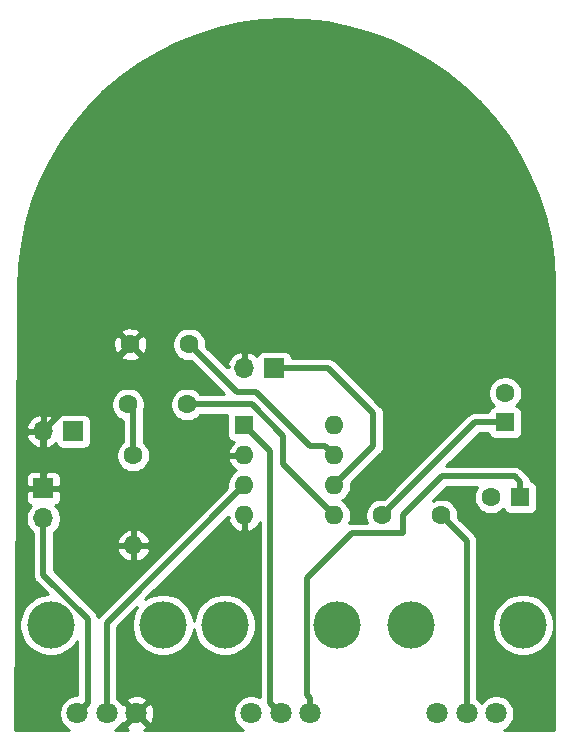
<source format=gbr>
G04 #@! TF.GenerationSoftware,KiCad,Pcbnew,5.1.5-52549c5~84~ubuntu18.04.1*
G04 #@! TF.CreationDate,2020-03-24T23:28:12-05:00*
G04 #@! TF.ProjectId,pass-01,70617373-2d30-4312-9e6b-696361645f70,rev?*
G04 #@! TF.SameCoordinates,Original*
G04 #@! TF.FileFunction,Copper,L2,Bot*
G04 #@! TF.FilePolarity,Positive*
%FSLAX46Y46*%
G04 Gerber Fmt 4.6, Leading zero omitted, Abs format (unit mm)*
G04 Created by KiCad (PCBNEW 5.1.5-52549c5~84~ubuntu18.04.1) date 2020-03-24 23:28:12*
%MOMM*%
%LPD*%
G04 APERTURE LIST*
%ADD10R,1.700000X1.700000*%
%ADD11O,1.700000X1.700000*%
%ADD12C,1.600000*%
%ADD13R,1.600000X1.600000*%
%ADD14O,1.600000X1.600000*%
%ADD15C,1.800000*%
%ADD16C,4.000000*%
%ADD17C,0.500000*%
%ADD18C,0.254000*%
G04 APERTURE END LIST*
D10*
X154686000Y-85598000D03*
D11*
X152146000Y-85598000D03*
D12*
X147494000Y-83566000D03*
X142494000Y-83566000D03*
X147320000Y-88646000D03*
X142320000Y-88646000D03*
X163830000Y-98044000D03*
X168830000Y-98044000D03*
D10*
X135128000Y-95758000D03*
D11*
X135128000Y-98298000D03*
X135128000Y-90932000D03*
D10*
X137668000Y-90932000D03*
D13*
X152146000Y-90424000D03*
D14*
X159766000Y-98044000D03*
X152146000Y-92964000D03*
X159766000Y-95504000D03*
X152146000Y-95504000D03*
X159766000Y-92964000D03*
X152146000Y-98044000D03*
X159766000Y-90424000D03*
D15*
X168482000Y-114808000D03*
X170982000Y-114808000D03*
X173482000Y-114808000D03*
D16*
X166232000Y-107308000D03*
X175732000Y-107308000D03*
D13*
X174244000Y-90170000D03*
D12*
X174244000Y-87670000D03*
X173014000Y-96520000D03*
D13*
X175514000Y-96520000D03*
D15*
X152734000Y-114808000D03*
X155234000Y-114808000D03*
X157734000Y-114808000D03*
D16*
X150484000Y-107308000D03*
X159984000Y-107308000D03*
X145252000Y-107308000D03*
X135752000Y-107308000D03*
D15*
X143002000Y-114808000D03*
X140502000Y-114808000D03*
X138002000Y-114808000D03*
D12*
X142748000Y-92964000D03*
D14*
X142748000Y-100584000D03*
D17*
X159258000Y-85598000D02*
X154686000Y-85598000D01*
X159766000Y-95504000D02*
X163068000Y-92202000D01*
X163068000Y-89408000D02*
X159258000Y-85598000D01*
X163068000Y-92202000D02*
X163068000Y-89408000D01*
X141694001Y-84365999D02*
X135128000Y-90932000D01*
X142494000Y-83566000D02*
X141694001Y-84365999D01*
X135128000Y-90932000D02*
X135128000Y-95758000D01*
X147494000Y-83566000D02*
X151558000Y-87630000D01*
X151558000Y-87630000D02*
X153162000Y-87630000D01*
X157696001Y-92164001D02*
X153162000Y-87630000D01*
X158966001Y-92164001D02*
X157696001Y-92164001D01*
X159766000Y-92964000D02*
X158966001Y-92164001D01*
X155448000Y-93726000D02*
X159766000Y-98044000D01*
X155448000Y-91315998D02*
X155448000Y-93726000D01*
X152778002Y-88646000D02*
X155448000Y-91315998D01*
X147320000Y-88646000D02*
X152778002Y-88646000D01*
X171704000Y-90170000D02*
X174244000Y-90170000D01*
X163830000Y-98044000D02*
X171704000Y-90170000D01*
X142748000Y-89074000D02*
X142320000Y-88646000D01*
X142748000Y-92964000D02*
X142748000Y-89074000D01*
X165608000Y-98044000D02*
X165608000Y-99568000D01*
X168910000Y-94742000D02*
X165608000Y-98044000D01*
X175514000Y-95220000D02*
X175036000Y-94742000D01*
X175514000Y-96520000D02*
X175514000Y-95220000D01*
X175036000Y-94742000D02*
X168910000Y-94742000D01*
X165608000Y-99568000D02*
X161290000Y-99568000D01*
X161290000Y-99568000D02*
X157480000Y-103378000D01*
X157480000Y-113281208D02*
X157480000Y-103378000D01*
X157734000Y-113535208D02*
X157480000Y-113281208D01*
X157734000Y-114808000D02*
X157734000Y-113535208D01*
X138901999Y-113908001D02*
X138002000Y-114808000D01*
X138901999Y-106831997D02*
X138901999Y-113908001D01*
X135128000Y-103057998D02*
X138901999Y-106831997D01*
X135128000Y-98298000D02*
X135128000Y-103057998D01*
X170982000Y-100196000D02*
X168830000Y-98044000D01*
X170982000Y-114808000D02*
X170982000Y-100196000D01*
X154334001Y-113908001D02*
X154334001Y-92612001D01*
X154334001Y-92612001D02*
X152146000Y-90424000D01*
X155234000Y-114808000D02*
X154334001Y-113908001D01*
X140502000Y-107148000D02*
X152146000Y-95504000D01*
X140502000Y-114808000D02*
X140502000Y-107148000D01*
D18*
G36*
X152273000Y-97917000D02*
G01*
X152293000Y-97917000D01*
X152293000Y-98171000D01*
X152273000Y-98171000D01*
X152273000Y-99314624D01*
X152495040Y-99435909D01*
X152759881Y-99341070D01*
X153001131Y-99196385D01*
X153209519Y-99007414D01*
X153377037Y-98781420D01*
X153449002Y-98629160D01*
X153449001Y-113442691D01*
X153181743Y-113331989D01*
X152885184Y-113273000D01*
X152582816Y-113273000D01*
X152286257Y-113331989D01*
X152006905Y-113447701D01*
X151755495Y-113615688D01*
X151541688Y-113829495D01*
X151373701Y-114080905D01*
X151257989Y-114360257D01*
X151199000Y-114656816D01*
X151199000Y-114959184D01*
X151257989Y-115255743D01*
X151373701Y-115535095D01*
X151541688Y-115786505D01*
X151755495Y-116000312D01*
X152006905Y-116168299D01*
X152035154Y-116180000D01*
X143702256Y-116180000D01*
X143802792Y-116126261D01*
X143886475Y-115872080D01*
X143002000Y-114987605D01*
X142117525Y-115872080D01*
X142201208Y-116126261D01*
X142313109Y-116180000D01*
X141200846Y-116180000D01*
X141229095Y-116168299D01*
X141480505Y-116000312D01*
X141694312Y-115786505D01*
X141789738Y-115643690D01*
X141937920Y-115692475D01*
X142822395Y-114808000D01*
X143181605Y-114808000D01*
X144066080Y-115692475D01*
X144320261Y-115608792D01*
X144451158Y-115336225D01*
X144526365Y-115043358D01*
X144542991Y-114741447D01*
X144500397Y-114442093D01*
X144400222Y-114156801D01*
X144320261Y-114007208D01*
X144066080Y-113923525D01*
X143181605Y-114808000D01*
X142822395Y-114808000D01*
X141937920Y-113923525D01*
X141789738Y-113972310D01*
X141694312Y-113829495D01*
X141608737Y-113743920D01*
X142117525Y-113743920D01*
X143002000Y-114628395D01*
X143886475Y-113743920D01*
X143802792Y-113489739D01*
X143530225Y-113358842D01*
X143237358Y-113283635D01*
X142935447Y-113267009D01*
X142636093Y-113309603D01*
X142350801Y-113409778D01*
X142201208Y-113489739D01*
X142117525Y-113743920D01*
X141608737Y-113743920D01*
X141480505Y-113615688D01*
X141387000Y-113553210D01*
X141387000Y-107514578D01*
X143068269Y-105833309D01*
X142916893Y-106059859D01*
X142718261Y-106539399D01*
X142617000Y-107048475D01*
X142617000Y-107567525D01*
X142718261Y-108076601D01*
X142916893Y-108556141D01*
X143205262Y-108987715D01*
X143572285Y-109354738D01*
X144003859Y-109643107D01*
X144483399Y-109841739D01*
X144992475Y-109943000D01*
X145511525Y-109943000D01*
X146020601Y-109841739D01*
X146500141Y-109643107D01*
X146931715Y-109354738D01*
X147298738Y-108987715D01*
X147587107Y-108556141D01*
X147785739Y-108076601D01*
X147868000Y-107663045D01*
X147950261Y-108076601D01*
X148148893Y-108556141D01*
X148437262Y-108987715D01*
X148804285Y-109354738D01*
X149235859Y-109643107D01*
X149715399Y-109841739D01*
X150224475Y-109943000D01*
X150743525Y-109943000D01*
X151252601Y-109841739D01*
X151732141Y-109643107D01*
X152163715Y-109354738D01*
X152530738Y-108987715D01*
X152819107Y-108556141D01*
X153017739Y-108076601D01*
X153119000Y-107567525D01*
X153119000Y-107048475D01*
X153017739Y-106539399D01*
X152819107Y-106059859D01*
X152530738Y-105628285D01*
X152163715Y-105261262D01*
X151732141Y-104972893D01*
X151252601Y-104774261D01*
X150743525Y-104673000D01*
X150224475Y-104673000D01*
X149715399Y-104774261D01*
X149235859Y-104972893D01*
X148804285Y-105261262D01*
X148437262Y-105628285D01*
X148148893Y-106059859D01*
X147950261Y-106539399D01*
X147868000Y-106952955D01*
X147785739Y-106539399D01*
X147587107Y-106059859D01*
X147298738Y-105628285D01*
X146931715Y-105261262D01*
X146500141Y-104972893D01*
X146020601Y-104774261D01*
X145511525Y-104673000D01*
X144992475Y-104673000D01*
X144483399Y-104774261D01*
X144003859Y-104972893D01*
X143777309Y-105124269D01*
X150730577Y-98171002D01*
X150876084Y-98171002D01*
X150754096Y-98393039D01*
X150794754Y-98527087D01*
X150914963Y-98781420D01*
X151082481Y-99007414D01*
X151290869Y-99196385D01*
X151532119Y-99341070D01*
X151796960Y-99435909D01*
X152019000Y-99314624D01*
X152019000Y-98171000D01*
X151999000Y-98171000D01*
X151999000Y-97917000D01*
X152019000Y-97917000D01*
X152019000Y-97897000D01*
X152273000Y-97897000D01*
X152273000Y-97917000D01*
G37*
X152273000Y-97917000D02*
X152293000Y-97917000D01*
X152293000Y-98171000D01*
X152273000Y-98171000D01*
X152273000Y-99314624D01*
X152495040Y-99435909D01*
X152759881Y-99341070D01*
X153001131Y-99196385D01*
X153209519Y-99007414D01*
X153377037Y-98781420D01*
X153449002Y-98629160D01*
X153449001Y-113442691D01*
X153181743Y-113331989D01*
X152885184Y-113273000D01*
X152582816Y-113273000D01*
X152286257Y-113331989D01*
X152006905Y-113447701D01*
X151755495Y-113615688D01*
X151541688Y-113829495D01*
X151373701Y-114080905D01*
X151257989Y-114360257D01*
X151199000Y-114656816D01*
X151199000Y-114959184D01*
X151257989Y-115255743D01*
X151373701Y-115535095D01*
X151541688Y-115786505D01*
X151755495Y-116000312D01*
X152006905Y-116168299D01*
X152035154Y-116180000D01*
X143702256Y-116180000D01*
X143802792Y-116126261D01*
X143886475Y-115872080D01*
X143002000Y-114987605D01*
X142117525Y-115872080D01*
X142201208Y-116126261D01*
X142313109Y-116180000D01*
X141200846Y-116180000D01*
X141229095Y-116168299D01*
X141480505Y-116000312D01*
X141694312Y-115786505D01*
X141789738Y-115643690D01*
X141937920Y-115692475D01*
X142822395Y-114808000D01*
X143181605Y-114808000D01*
X144066080Y-115692475D01*
X144320261Y-115608792D01*
X144451158Y-115336225D01*
X144526365Y-115043358D01*
X144542991Y-114741447D01*
X144500397Y-114442093D01*
X144400222Y-114156801D01*
X144320261Y-114007208D01*
X144066080Y-113923525D01*
X143181605Y-114808000D01*
X142822395Y-114808000D01*
X141937920Y-113923525D01*
X141789738Y-113972310D01*
X141694312Y-113829495D01*
X141608737Y-113743920D01*
X142117525Y-113743920D01*
X143002000Y-114628395D01*
X143886475Y-113743920D01*
X143802792Y-113489739D01*
X143530225Y-113358842D01*
X143237358Y-113283635D01*
X142935447Y-113267009D01*
X142636093Y-113309603D01*
X142350801Y-113409778D01*
X142201208Y-113489739D01*
X142117525Y-113743920D01*
X141608737Y-113743920D01*
X141480505Y-113615688D01*
X141387000Y-113553210D01*
X141387000Y-107514578D01*
X143068269Y-105833309D01*
X142916893Y-106059859D01*
X142718261Y-106539399D01*
X142617000Y-107048475D01*
X142617000Y-107567525D01*
X142718261Y-108076601D01*
X142916893Y-108556141D01*
X143205262Y-108987715D01*
X143572285Y-109354738D01*
X144003859Y-109643107D01*
X144483399Y-109841739D01*
X144992475Y-109943000D01*
X145511525Y-109943000D01*
X146020601Y-109841739D01*
X146500141Y-109643107D01*
X146931715Y-109354738D01*
X147298738Y-108987715D01*
X147587107Y-108556141D01*
X147785739Y-108076601D01*
X147868000Y-107663045D01*
X147950261Y-108076601D01*
X148148893Y-108556141D01*
X148437262Y-108987715D01*
X148804285Y-109354738D01*
X149235859Y-109643107D01*
X149715399Y-109841739D01*
X150224475Y-109943000D01*
X150743525Y-109943000D01*
X151252601Y-109841739D01*
X151732141Y-109643107D01*
X152163715Y-109354738D01*
X152530738Y-108987715D01*
X152819107Y-108556141D01*
X153017739Y-108076601D01*
X153119000Y-107567525D01*
X153119000Y-107048475D01*
X153017739Y-106539399D01*
X152819107Y-106059859D01*
X152530738Y-105628285D01*
X152163715Y-105261262D01*
X151732141Y-104972893D01*
X151252601Y-104774261D01*
X150743525Y-104673000D01*
X150224475Y-104673000D01*
X149715399Y-104774261D01*
X149235859Y-104972893D01*
X148804285Y-105261262D01*
X148437262Y-105628285D01*
X148148893Y-106059859D01*
X147950261Y-106539399D01*
X147868000Y-106952955D01*
X147785739Y-106539399D01*
X147587107Y-106059859D01*
X147298738Y-105628285D01*
X146931715Y-105261262D01*
X146500141Y-104972893D01*
X146020601Y-104774261D01*
X145511525Y-104673000D01*
X144992475Y-104673000D01*
X144483399Y-104774261D01*
X144003859Y-104972893D01*
X143777309Y-105124269D01*
X150730577Y-98171002D01*
X150876084Y-98171002D01*
X150754096Y-98393039D01*
X150794754Y-98527087D01*
X150914963Y-98781420D01*
X151082481Y-99007414D01*
X151290869Y-99196385D01*
X151532119Y-99341070D01*
X151796960Y-99435909D01*
X152019000Y-99314624D01*
X152019000Y-98171000D01*
X151999000Y-98171000D01*
X151999000Y-97917000D01*
X152019000Y-97917000D01*
X152019000Y-97897000D01*
X152273000Y-97897000D01*
X152273000Y-97917000D01*
G36*
X157285984Y-56087869D02*
G01*
X159136747Y-56293830D01*
X160964411Y-56650747D01*
X162756662Y-57156214D01*
X164501485Y-57806842D01*
X166187133Y-58598252D01*
X167802260Y-59525117D01*
X169336017Y-60581211D01*
X170778065Y-61759414D01*
X172118733Y-63051823D01*
X173348999Y-64449742D01*
X174460582Y-65943765D01*
X175446010Y-67523846D01*
X176298651Y-69179349D01*
X177012779Y-70899163D01*
X177583585Y-72671701D01*
X178007233Y-74485049D01*
X178280873Y-76327010D01*
X178403288Y-78194699D01*
X178410001Y-78744135D01*
X178410000Y-116180000D01*
X174180846Y-116180000D01*
X174209095Y-116168299D01*
X174460505Y-116000312D01*
X174674312Y-115786505D01*
X174842299Y-115535095D01*
X174958011Y-115255743D01*
X175017000Y-114959184D01*
X175017000Y-114656816D01*
X174958011Y-114360257D01*
X174842299Y-114080905D01*
X174674312Y-113829495D01*
X174460505Y-113615688D01*
X174209095Y-113447701D01*
X173929743Y-113331989D01*
X173633184Y-113273000D01*
X173330816Y-113273000D01*
X173034257Y-113331989D01*
X172754905Y-113447701D01*
X172503495Y-113615688D01*
X172289688Y-113829495D01*
X172232000Y-113915831D01*
X172174312Y-113829495D01*
X171960505Y-113615688D01*
X171867000Y-113553210D01*
X171867000Y-107048475D01*
X173097000Y-107048475D01*
X173097000Y-107567525D01*
X173198261Y-108076601D01*
X173396893Y-108556141D01*
X173685262Y-108987715D01*
X174052285Y-109354738D01*
X174483859Y-109643107D01*
X174963399Y-109841739D01*
X175472475Y-109943000D01*
X175991525Y-109943000D01*
X176500601Y-109841739D01*
X176980141Y-109643107D01*
X177411715Y-109354738D01*
X177778738Y-108987715D01*
X178067107Y-108556141D01*
X178265739Y-108076601D01*
X178367000Y-107567525D01*
X178367000Y-107048475D01*
X178265739Y-106539399D01*
X178067107Y-106059859D01*
X177778738Y-105628285D01*
X177411715Y-105261262D01*
X176980141Y-104972893D01*
X176500601Y-104774261D01*
X175991525Y-104673000D01*
X175472475Y-104673000D01*
X174963399Y-104774261D01*
X174483859Y-104972893D01*
X174052285Y-105261262D01*
X173685262Y-105628285D01*
X173396893Y-106059859D01*
X173198261Y-106539399D01*
X173097000Y-107048475D01*
X171867000Y-107048475D01*
X171867000Y-100239469D01*
X171871281Y-100196000D01*
X171867000Y-100152531D01*
X171867000Y-100152523D01*
X171854195Y-100022510D01*
X171838302Y-99970119D01*
X171803589Y-99855686D01*
X171721411Y-99701941D01*
X171638532Y-99600953D01*
X171638530Y-99600951D01*
X171610817Y-99567183D01*
X171577049Y-99539470D01*
X170258017Y-98220439D01*
X170265000Y-98185335D01*
X170265000Y-97902665D01*
X170209853Y-97625426D01*
X170101680Y-97364273D01*
X169944637Y-97129241D01*
X169744759Y-96929363D01*
X169509727Y-96772320D01*
X169248574Y-96664147D01*
X168971335Y-96609000D01*
X168688665Y-96609000D01*
X168411426Y-96664147D01*
X168150273Y-96772320D01*
X168092970Y-96810609D01*
X169276579Y-95627000D01*
X171884824Y-95627000D01*
X171742320Y-95840273D01*
X171634147Y-96101426D01*
X171579000Y-96378665D01*
X171579000Y-96661335D01*
X171634147Y-96938574D01*
X171742320Y-97199727D01*
X171899363Y-97434759D01*
X172099241Y-97634637D01*
X172334273Y-97791680D01*
X172595426Y-97899853D01*
X172872665Y-97955000D01*
X173155335Y-97955000D01*
X173432574Y-97899853D01*
X173693727Y-97791680D01*
X173928759Y-97634637D01*
X174095339Y-97468057D01*
X174124498Y-97564180D01*
X174183463Y-97674494D01*
X174262815Y-97771185D01*
X174359506Y-97850537D01*
X174469820Y-97909502D01*
X174589518Y-97945812D01*
X174714000Y-97958072D01*
X176314000Y-97958072D01*
X176438482Y-97945812D01*
X176558180Y-97909502D01*
X176668494Y-97850537D01*
X176765185Y-97771185D01*
X176844537Y-97674494D01*
X176903502Y-97564180D01*
X176939812Y-97444482D01*
X176952072Y-97320000D01*
X176952072Y-95720000D01*
X176939812Y-95595518D01*
X176903502Y-95475820D01*
X176844537Y-95365506D01*
X176765185Y-95268815D01*
X176668494Y-95189463D01*
X176558180Y-95130498D01*
X176438482Y-95094188D01*
X176390425Y-95089455D01*
X176386195Y-95046510D01*
X176335589Y-94879687D01*
X176253411Y-94725941D01*
X176142817Y-94591183D01*
X176109044Y-94563466D01*
X175692534Y-94146956D01*
X175664817Y-94113183D01*
X175530059Y-94002589D01*
X175376313Y-93920411D01*
X175209490Y-93869805D01*
X175079477Y-93857000D01*
X175079469Y-93857000D01*
X175036000Y-93852719D01*
X174992531Y-93857000D01*
X169268579Y-93857000D01*
X172070579Y-91055000D01*
X172814299Y-91055000D01*
X172818188Y-91094482D01*
X172854498Y-91214180D01*
X172913463Y-91324494D01*
X172992815Y-91421185D01*
X173089506Y-91500537D01*
X173199820Y-91559502D01*
X173319518Y-91595812D01*
X173444000Y-91608072D01*
X175044000Y-91608072D01*
X175168482Y-91595812D01*
X175288180Y-91559502D01*
X175398494Y-91500537D01*
X175495185Y-91421185D01*
X175574537Y-91324494D01*
X175633502Y-91214180D01*
X175669812Y-91094482D01*
X175682072Y-90970000D01*
X175682072Y-89370000D01*
X175669812Y-89245518D01*
X175633502Y-89125820D01*
X175574537Y-89015506D01*
X175495185Y-88918815D01*
X175398494Y-88839463D01*
X175288180Y-88780498D01*
X175192057Y-88751339D01*
X175358637Y-88584759D01*
X175515680Y-88349727D01*
X175623853Y-88088574D01*
X175679000Y-87811335D01*
X175679000Y-87528665D01*
X175623853Y-87251426D01*
X175515680Y-86990273D01*
X175358637Y-86755241D01*
X175158759Y-86555363D01*
X174923727Y-86398320D01*
X174662574Y-86290147D01*
X174385335Y-86235000D01*
X174102665Y-86235000D01*
X173825426Y-86290147D01*
X173564273Y-86398320D01*
X173329241Y-86555363D01*
X173129363Y-86755241D01*
X172972320Y-86990273D01*
X172864147Y-87251426D01*
X172809000Y-87528665D01*
X172809000Y-87811335D01*
X172864147Y-88088574D01*
X172972320Y-88349727D01*
X173129363Y-88584759D01*
X173295943Y-88751339D01*
X173199820Y-88780498D01*
X173089506Y-88839463D01*
X172992815Y-88918815D01*
X172913463Y-89015506D01*
X172854498Y-89125820D01*
X172818188Y-89245518D01*
X172814299Y-89285000D01*
X171747469Y-89285000D01*
X171704000Y-89280719D01*
X171660531Y-89285000D01*
X171660523Y-89285000D01*
X171530510Y-89297805D01*
X171363686Y-89348411D01*
X171209941Y-89430589D01*
X171108953Y-89513468D01*
X171108951Y-89513470D01*
X171075183Y-89541183D01*
X171047470Y-89574951D01*
X164006439Y-96615983D01*
X163971335Y-96609000D01*
X163688665Y-96609000D01*
X163411426Y-96664147D01*
X163150273Y-96772320D01*
X162915241Y-96929363D01*
X162715363Y-97129241D01*
X162558320Y-97364273D01*
X162450147Y-97625426D01*
X162395000Y-97902665D01*
X162395000Y-98185335D01*
X162450147Y-98462574D01*
X162541450Y-98683000D01*
X161333469Y-98683000D01*
X161290000Y-98678719D01*
X161246531Y-98683000D01*
X161246523Y-98683000D01*
X161116510Y-98695805D01*
X161039579Y-98719142D01*
X161145853Y-98462574D01*
X161201000Y-98185335D01*
X161201000Y-97902665D01*
X161145853Y-97625426D01*
X161037680Y-97364273D01*
X160880637Y-97129241D01*
X160680759Y-96929363D01*
X160448241Y-96774000D01*
X160680759Y-96618637D01*
X160880637Y-96418759D01*
X161037680Y-96183727D01*
X161145853Y-95922574D01*
X161201000Y-95645335D01*
X161201000Y-95362665D01*
X161194017Y-95327561D01*
X163663050Y-92858529D01*
X163696817Y-92830817D01*
X163728003Y-92792818D01*
X163807410Y-92696060D01*
X163807411Y-92696059D01*
X163889589Y-92542313D01*
X163940195Y-92375490D01*
X163953000Y-92245477D01*
X163953000Y-92245467D01*
X163957281Y-92202001D01*
X163953000Y-92158535D01*
X163953000Y-89451469D01*
X163957281Y-89408000D01*
X163953000Y-89364531D01*
X163953000Y-89364523D01*
X163940195Y-89234510D01*
X163889589Y-89067687D01*
X163889589Y-89067686D01*
X163807411Y-88913941D01*
X163724532Y-88812953D01*
X163724530Y-88812951D01*
X163696817Y-88779183D01*
X163663049Y-88751470D01*
X159914534Y-85002956D01*
X159886817Y-84969183D01*
X159752059Y-84858589D01*
X159598313Y-84776411D01*
X159431490Y-84725805D01*
X159301477Y-84713000D01*
X159301469Y-84713000D01*
X159258000Y-84708719D01*
X159214531Y-84713000D01*
X156170625Y-84713000D01*
X156161812Y-84623518D01*
X156125502Y-84503820D01*
X156066537Y-84393506D01*
X155987185Y-84296815D01*
X155890494Y-84217463D01*
X155780180Y-84158498D01*
X155660482Y-84122188D01*
X155536000Y-84109928D01*
X153836000Y-84109928D01*
X153711518Y-84122188D01*
X153591820Y-84158498D01*
X153481506Y-84217463D01*
X153384815Y-84296815D01*
X153305463Y-84393506D01*
X153246498Y-84503820D01*
X153222034Y-84584466D01*
X153146269Y-84500412D01*
X152912920Y-84326359D01*
X152650099Y-84201175D01*
X152502890Y-84156524D01*
X152273000Y-84277845D01*
X152273000Y-85471000D01*
X152293000Y-85471000D01*
X152293000Y-85725000D01*
X152273000Y-85725000D01*
X152273000Y-85745000D01*
X152019000Y-85745000D01*
X152019000Y-85725000D01*
X151999000Y-85725000D01*
X151999000Y-85471000D01*
X152019000Y-85471000D01*
X152019000Y-84277845D01*
X151789110Y-84156524D01*
X151641901Y-84201175D01*
X151379080Y-84326359D01*
X151145731Y-84500412D01*
X150950822Y-84716645D01*
X150801843Y-84966748D01*
X150704519Y-85241109D01*
X150825185Y-85470998D01*
X150661000Y-85470998D01*
X150661000Y-85481421D01*
X148922017Y-83742439D01*
X148929000Y-83707335D01*
X148929000Y-83424665D01*
X148873853Y-83147426D01*
X148765680Y-82886273D01*
X148608637Y-82651241D01*
X148408759Y-82451363D01*
X148173727Y-82294320D01*
X147912574Y-82186147D01*
X147635335Y-82131000D01*
X147352665Y-82131000D01*
X147075426Y-82186147D01*
X146814273Y-82294320D01*
X146579241Y-82451363D01*
X146379363Y-82651241D01*
X146222320Y-82886273D01*
X146114147Y-83147426D01*
X146059000Y-83424665D01*
X146059000Y-83707335D01*
X146114147Y-83984574D01*
X146222320Y-84245727D01*
X146379363Y-84480759D01*
X146579241Y-84680637D01*
X146814273Y-84837680D01*
X147075426Y-84945853D01*
X147352665Y-85001000D01*
X147635335Y-85001000D01*
X147670439Y-84994017D01*
X150437421Y-87761000D01*
X148454521Y-87761000D01*
X148434637Y-87731241D01*
X148234759Y-87531363D01*
X147999727Y-87374320D01*
X147738574Y-87266147D01*
X147461335Y-87211000D01*
X147178665Y-87211000D01*
X146901426Y-87266147D01*
X146640273Y-87374320D01*
X146405241Y-87531363D01*
X146205363Y-87731241D01*
X146048320Y-87966273D01*
X145940147Y-88227426D01*
X145885000Y-88504665D01*
X145885000Y-88787335D01*
X145940147Y-89064574D01*
X146048320Y-89325727D01*
X146205363Y-89560759D01*
X146405241Y-89760637D01*
X146640273Y-89917680D01*
X146901426Y-90025853D01*
X147178665Y-90081000D01*
X147461335Y-90081000D01*
X147738574Y-90025853D01*
X147999727Y-89917680D01*
X148234759Y-89760637D01*
X148434637Y-89560759D01*
X148454521Y-89531000D01*
X150717087Y-89531000D01*
X150707928Y-89624000D01*
X150707928Y-91224000D01*
X150720188Y-91348482D01*
X150756498Y-91468180D01*
X150815463Y-91578494D01*
X150894815Y-91675185D01*
X150991506Y-91754537D01*
X151101820Y-91813502D01*
X151221518Y-91849812D01*
X151246080Y-91852231D01*
X151082481Y-92000586D01*
X150914963Y-92226580D01*
X150794754Y-92480913D01*
X150754096Y-92614961D01*
X150876085Y-92837000D01*
X152019000Y-92837000D01*
X152019000Y-92817000D01*
X152273000Y-92817000D01*
X152273000Y-92837000D01*
X152293000Y-92837000D01*
X152293000Y-93091000D01*
X152273000Y-93091000D01*
X152273000Y-93111000D01*
X152019000Y-93111000D01*
X152019000Y-93091000D01*
X150876085Y-93091000D01*
X150754096Y-93313039D01*
X150794754Y-93447087D01*
X150914963Y-93701420D01*
X151082481Y-93927414D01*
X151290869Y-94116385D01*
X151476865Y-94227933D01*
X151466273Y-94232320D01*
X151231241Y-94389363D01*
X151031363Y-94589241D01*
X150874320Y-94824273D01*
X150766147Y-95085426D01*
X150711000Y-95362665D01*
X150711000Y-95645335D01*
X150717983Y-95680438D01*
X139906952Y-106491470D01*
X139873184Y-106519183D01*
X139845471Y-106552951D01*
X139845468Y-106552954D01*
X139770051Y-106644850D01*
X139723588Y-106491683D01*
X139641410Y-106337938D01*
X139558531Y-106236950D01*
X139558529Y-106236948D01*
X139530816Y-106203180D01*
X139497049Y-106175468D01*
X136013000Y-102691420D01*
X136013000Y-100933040D01*
X141356091Y-100933040D01*
X141450930Y-101197881D01*
X141595615Y-101439131D01*
X141784586Y-101647519D01*
X142010580Y-101815037D01*
X142264913Y-101935246D01*
X142398961Y-101975904D01*
X142621000Y-101853915D01*
X142621000Y-100711000D01*
X142875000Y-100711000D01*
X142875000Y-101853915D01*
X143097039Y-101975904D01*
X143231087Y-101935246D01*
X143485420Y-101815037D01*
X143711414Y-101647519D01*
X143900385Y-101439131D01*
X144045070Y-101197881D01*
X144139909Y-100933040D01*
X144018624Y-100711000D01*
X142875000Y-100711000D01*
X142621000Y-100711000D01*
X141477376Y-100711000D01*
X141356091Y-100933040D01*
X136013000Y-100933040D01*
X136013000Y-100234960D01*
X141356091Y-100234960D01*
X141477376Y-100457000D01*
X142621000Y-100457000D01*
X142621000Y-99314085D01*
X142875000Y-99314085D01*
X142875000Y-100457000D01*
X144018624Y-100457000D01*
X144139909Y-100234960D01*
X144045070Y-99970119D01*
X143900385Y-99728869D01*
X143711414Y-99520481D01*
X143485420Y-99352963D01*
X143231087Y-99232754D01*
X143097039Y-99192096D01*
X142875000Y-99314085D01*
X142621000Y-99314085D01*
X142398961Y-99192096D01*
X142264913Y-99232754D01*
X142010580Y-99352963D01*
X141784586Y-99520481D01*
X141595615Y-99728869D01*
X141450930Y-99970119D01*
X141356091Y-100234960D01*
X136013000Y-100234960D01*
X136013000Y-99492656D01*
X136074632Y-99451475D01*
X136281475Y-99244632D01*
X136443990Y-99001411D01*
X136555932Y-98731158D01*
X136613000Y-98444260D01*
X136613000Y-98151740D01*
X136555932Y-97864842D01*
X136443990Y-97594589D01*
X136281475Y-97351368D01*
X136149620Y-97219513D01*
X136222180Y-97197502D01*
X136332494Y-97138537D01*
X136429185Y-97059185D01*
X136508537Y-96962494D01*
X136567502Y-96852180D01*
X136603812Y-96732482D01*
X136616072Y-96608000D01*
X136613000Y-96043750D01*
X136454250Y-95885000D01*
X135255000Y-95885000D01*
X135255000Y-95905000D01*
X135001000Y-95905000D01*
X135001000Y-95885000D01*
X133801750Y-95885000D01*
X133643000Y-96043750D01*
X133639928Y-96608000D01*
X133652188Y-96732482D01*
X133688498Y-96852180D01*
X133747463Y-96962494D01*
X133826815Y-97059185D01*
X133923506Y-97138537D01*
X134033820Y-97197502D01*
X134106380Y-97219513D01*
X133974525Y-97351368D01*
X133812010Y-97594589D01*
X133700068Y-97864842D01*
X133643000Y-98151740D01*
X133643000Y-98444260D01*
X133700068Y-98731158D01*
X133812010Y-99001411D01*
X133974525Y-99244632D01*
X134181368Y-99451475D01*
X134243000Y-99492656D01*
X134243001Y-103014519D01*
X134238719Y-103057998D01*
X134255805Y-103231488D01*
X134306412Y-103398311D01*
X134388590Y-103552057D01*
X134471468Y-103653044D01*
X134471471Y-103653047D01*
X134499184Y-103686815D01*
X134532951Y-103714528D01*
X135491598Y-104673174D01*
X134983399Y-104774261D01*
X134503859Y-104972893D01*
X134072285Y-105261262D01*
X133705262Y-105628285D01*
X133416893Y-106059859D01*
X133218261Y-106539399D01*
X133117000Y-107048475D01*
X133117000Y-107567525D01*
X133218261Y-108076601D01*
X133416893Y-108556141D01*
X133705262Y-108987715D01*
X134072285Y-109354738D01*
X134503859Y-109643107D01*
X134983399Y-109841739D01*
X135492475Y-109943000D01*
X136011525Y-109943000D01*
X136520601Y-109841739D01*
X137000141Y-109643107D01*
X137431715Y-109354738D01*
X137798738Y-108987715D01*
X138016999Y-108661064D01*
X138017000Y-113273000D01*
X137850816Y-113273000D01*
X137554257Y-113331989D01*
X137274905Y-113447701D01*
X137023495Y-113615688D01*
X136809688Y-113829495D01*
X136641701Y-114080905D01*
X136525989Y-114360257D01*
X136467000Y-114656816D01*
X136467000Y-114959184D01*
X136525989Y-115255743D01*
X136641701Y-115535095D01*
X136809688Y-115786505D01*
X137023495Y-116000312D01*
X137274905Y-116168299D01*
X137303154Y-116180000D01*
X132744414Y-116180000D01*
X132886227Y-94908000D01*
X133639928Y-94908000D01*
X133643000Y-95472250D01*
X133801750Y-95631000D01*
X135001000Y-95631000D01*
X135001000Y-94431750D01*
X135255000Y-94431750D01*
X135255000Y-95631000D01*
X136454250Y-95631000D01*
X136613000Y-95472250D01*
X136616072Y-94908000D01*
X136603812Y-94783518D01*
X136567502Y-94663820D01*
X136508537Y-94553506D01*
X136429185Y-94456815D01*
X136332494Y-94377463D01*
X136222180Y-94318498D01*
X136102482Y-94282188D01*
X135978000Y-94269928D01*
X135413750Y-94273000D01*
X135255000Y-94431750D01*
X135001000Y-94431750D01*
X134842250Y-94273000D01*
X134278000Y-94269928D01*
X134153518Y-94282188D01*
X134033820Y-94318498D01*
X133923506Y-94377463D01*
X133826815Y-94456815D01*
X133747463Y-94553506D01*
X133688498Y-94663820D01*
X133652188Y-94783518D01*
X133639928Y-94908000D01*
X132886227Y-94908000D01*
X132910354Y-91288891D01*
X133686519Y-91288891D01*
X133783843Y-91563252D01*
X133932822Y-91813355D01*
X134127731Y-92029588D01*
X134361080Y-92203641D01*
X134623901Y-92328825D01*
X134771110Y-92373476D01*
X135001000Y-92252155D01*
X135001000Y-91059000D01*
X133807186Y-91059000D01*
X133686519Y-91288891D01*
X132910354Y-91288891D01*
X132915112Y-90575109D01*
X133686519Y-90575109D01*
X133807186Y-90805000D01*
X135001000Y-90805000D01*
X135001000Y-89611845D01*
X135255000Y-89611845D01*
X135255000Y-90805000D01*
X135275000Y-90805000D01*
X135275000Y-91059000D01*
X135255000Y-91059000D01*
X135255000Y-92252155D01*
X135484890Y-92373476D01*
X135632099Y-92328825D01*
X135894920Y-92203641D01*
X136128269Y-92029588D01*
X136204034Y-91945534D01*
X136228498Y-92026180D01*
X136287463Y-92136494D01*
X136366815Y-92233185D01*
X136463506Y-92312537D01*
X136573820Y-92371502D01*
X136693518Y-92407812D01*
X136818000Y-92420072D01*
X138518000Y-92420072D01*
X138642482Y-92407812D01*
X138762180Y-92371502D01*
X138872494Y-92312537D01*
X138969185Y-92233185D01*
X139048537Y-92136494D01*
X139107502Y-92026180D01*
X139143812Y-91906482D01*
X139156072Y-91782000D01*
X139156072Y-90082000D01*
X139143812Y-89957518D01*
X139107502Y-89837820D01*
X139048537Y-89727506D01*
X138969185Y-89630815D01*
X138872494Y-89551463D01*
X138762180Y-89492498D01*
X138642482Y-89456188D01*
X138518000Y-89443928D01*
X136818000Y-89443928D01*
X136693518Y-89456188D01*
X136573820Y-89492498D01*
X136463506Y-89551463D01*
X136366815Y-89630815D01*
X136287463Y-89727506D01*
X136228498Y-89837820D01*
X136204034Y-89918466D01*
X136128269Y-89834412D01*
X135894920Y-89660359D01*
X135632099Y-89535175D01*
X135484890Y-89490524D01*
X135255000Y-89611845D01*
X135001000Y-89611845D01*
X134771110Y-89490524D01*
X134623901Y-89535175D01*
X134361080Y-89660359D01*
X134127731Y-89834412D01*
X133932822Y-90050645D01*
X133783843Y-90300748D01*
X133686519Y-90575109D01*
X132915112Y-90575109D01*
X132928915Y-88504665D01*
X140885000Y-88504665D01*
X140885000Y-88787335D01*
X140940147Y-89064574D01*
X141048320Y-89325727D01*
X141205363Y-89560759D01*
X141405241Y-89760637D01*
X141640273Y-89917680D01*
X141863001Y-90009937D01*
X141863000Y-91829479D01*
X141833241Y-91849363D01*
X141633363Y-92049241D01*
X141476320Y-92284273D01*
X141368147Y-92545426D01*
X141313000Y-92822665D01*
X141313000Y-93105335D01*
X141368147Y-93382574D01*
X141476320Y-93643727D01*
X141633363Y-93878759D01*
X141833241Y-94078637D01*
X142068273Y-94235680D01*
X142329426Y-94343853D01*
X142606665Y-94399000D01*
X142889335Y-94399000D01*
X143166574Y-94343853D01*
X143427727Y-94235680D01*
X143662759Y-94078637D01*
X143862637Y-93878759D01*
X144019680Y-93643727D01*
X144127853Y-93382574D01*
X144183000Y-93105335D01*
X144183000Y-92822665D01*
X144127853Y-92545426D01*
X144019680Y-92284273D01*
X143862637Y-92049241D01*
X143662759Y-91849363D01*
X143633000Y-91829479D01*
X143633000Y-89225972D01*
X143699853Y-89064574D01*
X143755000Y-88787335D01*
X143755000Y-88504665D01*
X143699853Y-88227426D01*
X143591680Y-87966273D01*
X143434637Y-87731241D01*
X143234759Y-87531363D01*
X142999727Y-87374320D01*
X142738574Y-87266147D01*
X142461335Y-87211000D01*
X142178665Y-87211000D01*
X141901426Y-87266147D01*
X141640273Y-87374320D01*
X141405241Y-87531363D01*
X141205363Y-87731241D01*
X141048320Y-87966273D01*
X140940147Y-88227426D01*
X140885000Y-88504665D01*
X132928915Y-88504665D01*
X132955221Y-84558702D01*
X141680903Y-84558702D01*
X141752486Y-84802671D01*
X142007996Y-84923571D01*
X142282184Y-84992300D01*
X142564512Y-85006217D01*
X142844130Y-84964787D01*
X143110292Y-84869603D01*
X143235514Y-84802671D01*
X143307097Y-84558702D01*
X142494000Y-83745605D01*
X141680903Y-84558702D01*
X132955221Y-84558702D01*
X132961369Y-83636512D01*
X141053783Y-83636512D01*
X141095213Y-83916130D01*
X141190397Y-84182292D01*
X141257329Y-84307514D01*
X141501298Y-84379097D01*
X142314395Y-83566000D01*
X142673605Y-83566000D01*
X143486702Y-84379097D01*
X143730671Y-84307514D01*
X143851571Y-84052004D01*
X143920300Y-83777816D01*
X143934217Y-83495488D01*
X143892787Y-83215870D01*
X143797603Y-82949708D01*
X143730671Y-82824486D01*
X143486702Y-82752903D01*
X142673605Y-83566000D01*
X142314395Y-83566000D01*
X141501298Y-82752903D01*
X141257329Y-82824486D01*
X141136429Y-83079996D01*
X141067700Y-83354184D01*
X141053783Y-83636512D01*
X132961369Y-83636512D01*
X132968457Y-82573298D01*
X141680903Y-82573298D01*
X142494000Y-83386395D01*
X143307097Y-82573298D01*
X143235514Y-82329329D01*
X142980004Y-82208429D01*
X142705816Y-82139700D01*
X142423488Y-82125783D01*
X142143870Y-82167213D01*
X141877708Y-82262397D01*
X141752486Y-82329329D01*
X141680903Y-82573298D01*
X132968457Y-82573298D01*
X132993909Y-78755752D01*
X133070912Y-76879385D01*
X133299467Y-75031287D01*
X133678686Y-73208121D01*
X134206012Y-71422175D01*
X134877912Y-69685421D01*
X135689854Y-68009575D01*
X136636384Y-66405888D01*
X137711129Y-64885160D01*
X138906868Y-63457608D01*
X140215564Y-62132823D01*
X141628406Y-60919731D01*
X143135893Y-59826486D01*
X144727895Y-58860436D01*
X146393694Y-58028084D01*
X148122094Y-57335023D01*
X149901479Y-56785912D01*
X151719878Y-56384447D01*
X153565049Y-56133331D01*
X155424586Y-56034250D01*
X157285984Y-56087869D01*
G37*
X157285984Y-56087869D02*
X159136747Y-56293830D01*
X160964411Y-56650747D01*
X162756662Y-57156214D01*
X164501485Y-57806842D01*
X166187133Y-58598252D01*
X167802260Y-59525117D01*
X169336017Y-60581211D01*
X170778065Y-61759414D01*
X172118733Y-63051823D01*
X173348999Y-64449742D01*
X174460582Y-65943765D01*
X175446010Y-67523846D01*
X176298651Y-69179349D01*
X177012779Y-70899163D01*
X177583585Y-72671701D01*
X178007233Y-74485049D01*
X178280873Y-76327010D01*
X178403288Y-78194699D01*
X178410001Y-78744135D01*
X178410000Y-116180000D01*
X174180846Y-116180000D01*
X174209095Y-116168299D01*
X174460505Y-116000312D01*
X174674312Y-115786505D01*
X174842299Y-115535095D01*
X174958011Y-115255743D01*
X175017000Y-114959184D01*
X175017000Y-114656816D01*
X174958011Y-114360257D01*
X174842299Y-114080905D01*
X174674312Y-113829495D01*
X174460505Y-113615688D01*
X174209095Y-113447701D01*
X173929743Y-113331989D01*
X173633184Y-113273000D01*
X173330816Y-113273000D01*
X173034257Y-113331989D01*
X172754905Y-113447701D01*
X172503495Y-113615688D01*
X172289688Y-113829495D01*
X172232000Y-113915831D01*
X172174312Y-113829495D01*
X171960505Y-113615688D01*
X171867000Y-113553210D01*
X171867000Y-107048475D01*
X173097000Y-107048475D01*
X173097000Y-107567525D01*
X173198261Y-108076601D01*
X173396893Y-108556141D01*
X173685262Y-108987715D01*
X174052285Y-109354738D01*
X174483859Y-109643107D01*
X174963399Y-109841739D01*
X175472475Y-109943000D01*
X175991525Y-109943000D01*
X176500601Y-109841739D01*
X176980141Y-109643107D01*
X177411715Y-109354738D01*
X177778738Y-108987715D01*
X178067107Y-108556141D01*
X178265739Y-108076601D01*
X178367000Y-107567525D01*
X178367000Y-107048475D01*
X178265739Y-106539399D01*
X178067107Y-106059859D01*
X177778738Y-105628285D01*
X177411715Y-105261262D01*
X176980141Y-104972893D01*
X176500601Y-104774261D01*
X175991525Y-104673000D01*
X175472475Y-104673000D01*
X174963399Y-104774261D01*
X174483859Y-104972893D01*
X174052285Y-105261262D01*
X173685262Y-105628285D01*
X173396893Y-106059859D01*
X173198261Y-106539399D01*
X173097000Y-107048475D01*
X171867000Y-107048475D01*
X171867000Y-100239469D01*
X171871281Y-100196000D01*
X171867000Y-100152531D01*
X171867000Y-100152523D01*
X171854195Y-100022510D01*
X171838302Y-99970119D01*
X171803589Y-99855686D01*
X171721411Y-99701941D01*
X171638532Y-99600953D01*
X171638530Y-99600951D01*
X171610817Y-99567183D01*
X171577049Y-99539470D01*
X170258017Y-98220439D01*
X170265000Y-98185335D01*
X170265000Y-97902665D01*
X170209853Y-97625426D01*
X170101680Y-97364273D01*
X169944637Y-97129241D01*
X169744759Y-96929363D01*
X169509727Y-96772320D01*
X169248574Y-96664147D01*
X168971335Y-96609000D01*
X168688665Y-96609000D01*
X168411426Y-96664147D01*
X168150273Y-96772320D01*
X168092970Y-96810609D01*
X169276579Y-95627000D01*
X171884824Y-95627000D01*
X171742320Y-95840273D01*
X171634147Y-96101426D01*
X171579000Y-96378665D01*
X171579000Y-96661335D01*
X171634147Y-96938574D01*
X171742320Y-97199727D01*
X171899363Y-97434759D01*
X172099241Y-97634637D01*
X172334273Y-97791680D01*
X172595426Y-97899853D01*
X172872665Y-97955000D01*
X173155335Y-97955000D01*
X173432574Y-97899853D01*
X173693727Y-97791680D01*
X173928759Y-97634637D01*
X174095339Y-97468057D01*
X174124498Y-97564180D01*
X174183463Y-97674494D01*
X174262815Y-97771185D01*
X174359506Y-97850537D01*
X174469820Y-97909502D01*
X174589518Y-97945812D01*
X174714000Y-97958072D01*
X176314000Y-97958072D01*
X176438482Y-97945812D01*
X176558180Y-97909502D01*
X176668494Y-97850537D01*
X176765185Y-97771185D01*
X176844537Y-97674494D01*
X176903502Y-97564180D01*
X176939812Y-97444482D01*
X176952072Y-97320000D01*
X176952072Y-95720000D01*
X176939812Y-95595518D01*
X176903502Y-95475820D01*
X176844537Y-95365506D01*
X176765185Y-95268815D01*
X176668494Y-95189463D01*
X176558180Y-95130498D01*
X176438482Y-95094188D01*
X176390425Y-95089455D01*
X176386195Y-95046510D01*
X176335589Y-94879687D01*
X176253411Y-94725941D01*
X176142817Y-94591183D01*
X176109044Y-94563466D01*
X175692534Y-94146956D01*
X175664817Y-94113183D01*
X175530059Y-94002589D01*
X175376313Y-93920411D01*
X175209490Y-93869805D01*
X175079477Y-93857000D01*
X175079469Y-93857000D01*
X175036000Y-93852719D01*
X174992531Y-93857000D01*
X169268579Y-93857000D01*
X172070579Y-91055000D01*
X172814299Y-91055000D01*
X172818188Y-91094482D01*
X172854498Y-91214180D01*
X172913463Y-91324494D01*
X172992815Y-91421185D01*
X173089506Y-91500537D01*
X173199820Y-91559502D01*
X173319518Y-91595812D01*
X173444000Y-91608072D01*
X175044000Y-91608072D01*
X175168482Y-91595812D01*
X175288180Y-91559502D01*
X175398494Y-91500537D01*
X175495185Y-91421185D01*
X175574537Y-91324494D01*
X175633502Y-91214180D01*
X175669812Y-91094482D01*
X175682072Y-90970000D01*
X175682072Y-89370000D01*
X175669812Y-89245518D01*
X175633502Y-89125820D01*
X175574537Y-89015506D01*
X175495185Y-88918815D01*
X175398494Y-88839463D01*
X175288180Y-88780498D01*
X175192057Y-88751339D01*
X175358637Y-88584759D01*
X175515680Y-88349727D01*
X175623853Y-88088574D01*
X175679000Y-87811335D01*
X175679000Y-87528665D01*
X175623853Y-87251426D01*
X175515680Y-86990273D01*
X175358637Y-86755241D01*
X175158759Y-86555363D01*
X174923727Y-86398320D01*
X174662574Y-86290147D01*
X174385335Y-86235000D01*
X174102665Y-86235000D01*
X173825426Y-86290147D01*
X173564273Y-86398320D01*
X173329241Y-86555363D01*
X173129363Y-86755241D01*
X172972320Y-86990273D01*
X172864147Y-87251426D01*
X172809000Y-87528665D01*
X172809000Y-87811335D01*
X172864147Y-88088574D01*
X172972320Y-88349727D01*
X173129363Y-88584759D01*
X173295943Y-88751339D01*
X173199820Y-88780498D01*
X173089506Y-88839463D01*
X172992815Y-88918815D01*
X172913463Y-89015506D01*
X172854498Y-89125820D01*
X172818188Y-89245518D01*
X172814299Y-89285000D01*
X171747469Y-89285000D01*
X171704000Y-89280719D01*
X171660531Y-89285000D01*
X171660523Y-89285000D01*
X171530510Y-89297805D01*
X171363686Y-89348411D01*
X171209941Y-89430589D01*
X171108953Y-89513468D01*
X171108951Y-89513470D01*
X171075183Y-89541183D01*
X171047470Y-89574951D01*
X164006439Y-96615983D01*
X163971335Y-96609000D01*
X163688665Y-96609000D01*
X163411426Y-96664147D01*
X163150273Y-96772320D01*
X162915241Y-96929363D01*
X162715363Y-97129241D01*
X162558320Y-97364273D01*
X162450147Y-97625426D01*
X162395000Y-97902665D01*
X162395000Y-98185335D01*
X162450147Y-98462574D01*
X162541450Y-98683000D01*
X161333469Y-98683000D01*
X161290000Y-98678719D01*
X161246531Y-98683000D01*
X161246523Y-98683000D01*
X161116510Y-98695805D01*
X161039579Y-98719142D01*
X161145853Y-98462574D01*
X161201000Y-98185335D01*
X161201000Y-97902665D01*
X161145853Y-97625426D01*
X161037680Y-97364273D01*
X160880637Y-97129241D01*
X160680759Y-96929363D01*
X160448241Y-96774000D01*
X160680759Y-96618637D01*
X160880637Y-96418759D01*
X161037680Y-96183727D01*
X161145853Y-95922574D01*
X161201000Y-95645335D01*
X161201000Y-95362665D01*
X161194017Y-95327561D01*
X163663050Y-92858529D01*
X163696817Y-92830817D01*
X163728003Y-92792818D01*
X163807410Y-92696060D01*
X163807411Y-92696059D01*
X163889589Y-92542313D01*
X163940195Y-92375490D01*
X163953000Y-92245477D01*
X163953000Y-92245467D01*
X163957281Y-92202001D01*
X163953000Y-92158535D01*
X163953000Y-89451469D01*
X163957281Y-89408000D01*
X163953000Y-89364531D01*
X163953000Y-89364523D01*
X163940195Y-89234510D01*
X163889589Y-89067687D01*
X163889589Y-89067686D01*
X163807411Y-88913941D01*
X163724532Y-88812953D01*
X163724530Y-88812951D01*
X163696817Y-88779183D01*
X163663049Y-88751470D01*
X159914534Y-85002956D01*
X159886817Y-84969183D01*
X159752059Y-84858589D01*
X159598313Y-84776411D01*
X159431490Y-84725805D01*
X159301477Y-84713000D01*
X159301469Y-84713000D01*
X159258000Y-84708719D01*
X159214531Y-84713000D01*
X156170625Y-84713000D01*
X156161812Y-84623518D01*
X156125502Y-84503820D01*
X156066537Y-84393506D01*
X155987185Y-84296815D01*
X155890494Y-84217463D01*
X155780180Y-84158498D01*
X155660482Y-84122188D01*
X155536000Y-84109928D01*
X153836000Y-84109928D01*
X153711518Y-84122188D01*
X153591820Y-84158498D01*
X153481506Y-84217463D01*
X153384815Y-84296815D01*
X153305463Y-84393506D01*
X153246498Y-84503820D01*
X153222034Y-84584466D01*
X153146269Y-84500412D01*
X152912920Y-84326359D01*
X152650099Y-84201175D01*
X152502890Y-84156524D01*
X152273000Y-84277845D01*
X152273000Y-85471000D01*
X152293000Y-85471000D01*
X152293000Y-85725000D01*
X152273000Y-85725000D01*
X152273000Y-85745000D01*
X152019000Y-85745000D01*
X152019000Y-85725000D01*
X151999000Y-85725000D01*
X151999000Y-85471000D01*
X152019000Y-85471000D01*
X152019000Y-84277845D01*
X151789110Y-84156524D01*
X151641901Y-84201175D01*
X151379080Y-84326359D01*
X151145731Y-84500412D01*
X150950822Y-84716645D01*
X150801843Y-84966748D01*
X150704519Y-85241109D01*
X150825185Y-85470998D01*
X150661000Y-85470998D01*
X150661000Y-85481421D01*
X148922017Y-83742439D01*
X148929000Y-83707335D01*
X148929000Y-83424665D01*
X148873853Y-83147426D01*
X148765680Y-82886273D01*
X148608637Y-82651241D01*
X148408759Y-82451363D01*
X148173727Y-82294320D01*
X147912574Y-82186147D01*
X147635335Y-82131000D01*
X147352665Y-82131000D01*
X147075426Y-82186147D01*
X146814273Y-82294320D01*
X146579241Y-82451363D01*
X146379363Y-82651241D01*
X146222320Y-82886273D01*
X146114147Y-83147426D01*
X146059000Y-83424665D01*
X146059000Y-83707335D01*
X146114147Y-83984574D01*
X146222320Y-84245727D01*
X146379363Y-84480759D01*
X146579241Y-84680637D01*
X146814273Y-84837680D01*
X147075426Y-84945853D01*
X147352665Y-85001000D01*
X147635335Y-85001000D01*
X147670439Y-84994017D01*
X150437421Y-87761000D01*
X148454521Y-87761000D01*
X148434637Y-87731241D01*
X148234759Y-87531363D01*
X147999727Y-87374320D01*
X147738574Y-87266147D01*
X147461335Y-87211000D01*
X147178665Y-87211000D01*
X146901426Y-87266147D01*
X146640273Y-87374320D01*
X146405241Y-87531363D01*
X146205363Y-87731241D01*
X146048320Y-87966273D01*
X145940147Y-88227426D01*
X145885000Y-88504665D01*
X145885000Y-88787335D01*
X145940147Y-89064574D01*
X146048320Y-89325727D01*
X146205363Y-89560759D01*
X146405241Y-89760637D01*
X146640273Y-89917680D01*
X146901426Y-90025853D01*
X147178665Y-90081000D01*
X147461335Y-90081000D01*
X147738574Y-90025853D01*
X147999727Y-89917680D01*
X148234759Y-89760637D01*
X148434637Y-89560759D01*
X148454521Y-89531000D01*
X150717087Y-89531000D01*
X150707928Y-89624000D01*
X150707928Y-91224000D01*
X150720188Y-91348482D01*
X150756498Y-91468180D01*
X150815463Y-91578494D01*
X150894815Y-91675185D01*
X150991506Y-91754537D01*
X151101820Y-91813502D01*
X151221518Y-91849812D01*
X151246080Y-91852231D01*
X151082481Y-92000586D01*
X150914963Y-92226580D01*
X150794754Y-92480913D01*
X150754096Y-92614961D01*
X150876085Y-92837000D01*
X152019000Y-92837000D01*
X152019000Y-92817000D01*
X152273000Y-92817000D01*
X152273000Y-92837000D01*
X152293000Y-92837000D01*
X152293000Y-93091000D01*
X152273000Y-93091000D01*
X152273000Y-93111000D01*
X152019000Y-93111000D01*
X152019000Y-93091000D01*
X150876085Y-93091000D01*
X150754096Y-93313039D01*
X150794754Y-93447087D01*
X150914963Y-93701420D01*
X151082481Y-93927414D01*
X151290869Y-94116385D01*
X151476865Y-94227933D01*
X151466273Y-94232320D01*
X151231241Y-94389363D01*
X151031363Y-94589241D01*
X150874320Y-94824273D01*
X150766147Y-95085426D01*
X150711000Y-95362665D01*
X150711000Y-95645335D01*
X150717983Y-95680438D01*
X139906952Y-106491470D01*
X139873184Y-106519183D01*
X139845471Y-106552951D01*
X139845468Y-106552954D01*
X139770051Y-106644850D01*
X139723588Y-106491683D01*
X139641410Y-106337938D01*
X139558531Y-106236950D01*
X139558529Y-106236948D01*
X139530816Y-106203180D01*
X139497049Y-106175468D01*
X136013000Y-102691420D01*
X136013000Y-100933040D01*
X141356091Y-100933040D01*
X141450930Y-101197881D01*
X141595615Y-101439131D01*
X141784586Y-101647519D01*
X142010580Y-101815037D01*
X142264913Y-101935246D01*
X142398961Y-101975904D01*
X142621000Y-101853915D01*
X142621000Y-100711000D01*
X142875000Y-100711000D01*
X142875000Y-101853915D01*
X143097039Y-101975904D01*
X143231087Y-101935246D01*
X143485420Y-101815037D01*
X143711414Y-101647519D01*
X143900385Y-101439131D01*
X144045070Y-101197881D01*
X144139909Y-100933040D01*
X144018624Y-100711000D01*
X142875000Y-100711000D01*
X142621000Y-100711000D01*
X141477376Y-100711000D01*
X141356091Y-100933040D01*
X136013000Y-100933040D01*
X136013000Y-100234960D01*
X141356091Y-100234960D01*
X141477376Y-100457000D01*
X142621000Y-100457000D01*
X142621000Y-99314085D01*
X142875000Y-99314085D01*
X142875000Y-100457000D01*
X144018624Y-100457000D01*
X144139909Y-100234960D01*
X144045070Y-99970119D01*
X143900385Y-99728869D01*
X143711414Y-99520481D01*
X143485420Y-99352963D01*
X143231087Y-99232754D01*
X143097039Y-99192096D01*
X142875000Y-99314085D01*
X142621000Y-99314085D01*
X142398961Y-99192096D01*
X142264913Y-99232754D01*
X142010580Y-99352963D01*
X141784586Y-99520481D01*
X141595615Y-99728869D01*
X141450930Y-99970119D01*
X141356091Y-100234960D01*
X136013000Y-100234960D01*
X136013000Y-99492656D01*
X136074632Y-99451475D01*
X136281475Y-99244632D01*
X136443990Y-99001411D01*
X136555932Y-98731158D01*
X136613000Y-98444260D01*
X136613000Y-98151740D01*
X136555932Y-97864842D01*
X136443990Y-97594589D01*
X136281475Y-97351368D01*
X136149620Y-97219513D01*
X136222180Y-97197502D01*
X136332494Y-97138537D01*
X136429185Y-97059185D01*
X136508537Y-96962494D01*
X136567502Y-96852180D01*
X136603812Y-96732482D01*
X136616072Y-96608000D01*
X136613000Y-96043750D01*
X136454250Y-95885000D01*
X135255000Y-95885000D01*
X135255000Y-95905000D01*
X135001000Y-95905000D01*
X135001000Y-95885000D01*
X133801750Y-95885000D01*
X133643000Y-96043750D01*
X133639928Y-96608000D01*
X133652188Y-96732482D01*
X133688498Y-96852180D01*
X133747463Y-96962494D01*
X133826815Y-97059185D01*
X133923506Y-97138537D01*
X134033820Y-97197502D01*
X134106380Y-97219513D01*
X133974525Y-97351368D01*
X133812010Y-97594589D01*
X133700068Y-97864842D01*
X133643000Y-98151740D01*
X133643000Y-98444260D01*
X133700068Y-98731158D01*
X133812010Y-99001411D01*
X133974525Y-99244632D01*
X134181368Y-99451475D01*
X134243000Y-99492656D01*
X134243001Y-103014519D01*
X134238719Y-103057998D01*
X134255805Y-103231488D01*
X134306412Y-103398311D01*
X134388590Y-103552057D01*
X134471468Y-103653044D01*
X134471471Y-103653047D01*
X134499184Y-103686815D01*
X134532951Y-103714528D01*
X135491598Y-104673174D01*
X134983399Y-104774261D01*
X134503859Y-104972893D01*
X134072285Y-105261262D01*
X133705262Y-105628285D01*
X133416893Y-106059859D01*
X133218261Y-106539399D01*
X133117000Y-107048475D01*
X133117000Y-107567525D01*
X133218261Y-108076601D01*
X133416893Y-108556141D01*
X133705262Y-108987715D01*
X134072285Y-109354738D01*
X134503859Y-109643107D01*
X134983399Y-109841739D01*
X135492475Y-109943000D01*
X136011525Y-109943000D01*
X136520601Y-109841739D01*
X137000141Y-109643107D01*
X137431715Y-109354738D01*
X137798738Y-108987715D01*
X138016999Y-108661064D01*
X138017000Y-113273000D01*
X137850816Y-113273000D01*
X137554257Y-113331989D01*
X137274905Y-113447701D01*
X137023495Y-113615688D01*
X136809688Y-113829495D01*
X136641701Y-114080905D01*
X136525989Y-114360257D01*
X136467000Y-114656816D01*
X136467000Y-114959184D01*
X136525989Y-115255743D01*
X136641701Y-115535095D01*
X136809688Y-115786505D01*
X137023495Y-116000312D01*
X137274905Y-116168299D01*
X137303154Y-116180000D01*
X132744414Y-116180000D01*
X132886227Y-94908000D01*
X133639928Y-94908000D01*
X133643000Y-95472250D01*
X133801750Y-95631000D01*
X135001000Y-95631000D01*
X135001000Y-94431750D01*
X135255000Y-94431750D01*
X135255000Y-95631000D01*
X136454250Y-95631000D01*
X136613000Y-95472250D01*
X136616072Y-94908000D01*
X136603812Y-94783518D01*
X136567502Y-94663820D01*
X136508537Y-94553506D01*
X136429185Y-94456815D01*
X136332494Y-94377463D01*
X136222180Y-94318498D01*
X136102482Y-94282188D01*
X135978000Y-94269928D01*
X135413750Y-94273000D01*
X135255000Y-94431750D01*
X135001000Y-94431750D01*
X134842250Y-94273000D01*
X134278000Y-94269928D01*
X134153518Y-94282188D01*
X134033820Y-94318498D01*
X133923506Y-94377463D01*
X133826815Y-94456815D01*
X133747463Y-94553506D01*
X133688498Y-94663820D01*
X133652188Y-94783518D01*
X133639928Y-94908000D01*
X132886227Y-94908000D01*
X132910354Y-91288891D01*
X133686519Y-91288891D01*
X133783843Y-91563252D01*
X133932822Y-91813355D01*
X134127731Y-92029588D01*
X134361080Y-92203641D01*
X134623901Y-92328825D01*
X134771110Y-92373476D01*
X135001000Y-92252155D01*
X135001000Y-91059000D01*
X133807186Y-91059000D01*
X133686519Y-91288891D01*
X132910354Y-91288891D01*
X132915112Y-90575109D01*
X133686519Y-90575109D01*
X133807186Y-90805000D01*
X135001000Y-90805000D01*
X135001000Y-89611845D01*
X135255000Y-89611845D01*
X135255000Y-90805000D01*
X135275000Y-90805000D01*
X135275000Y-91059000D01*
X135255000Y-91059000D01*
X135255000Y-92252155D01*
X135484890Y-92373476D01*
X135632099Y-92328825D01*
X135894920Y-92203641D01*
X136128269Y-92029588D01*
X136204034Y-91945534D01*
X136228498Y-92026180D01*
X136287463Y-92136494D01*
X136366815Y-92233185D01*
X136463506Y-92312537D01*
X136573820Y-92371502D01*
X136693518Y-92407812D01*
X136818000Y-92420072D01*
X138518000Y-92420072D01*
X138642482Y-92407812D01*
X138762180Y-92371502D01*
X138872494Y-92312537D01*
X138969185Y-92233185D01*
X139048537Y-92136494D01*
X139107502Y-92026180D01*
X139143812Y-91906482D01*
X139156072Y-91782000D01*
X139156072Y-90082000D01*
X139143812Y-89957518D01*
X139107502Y-89837820D01*
X139048537Y-89727506D01*
X138969185Y-89630815D01*
X138872494Y-89551463D01*
X138762180Y-89492498D01*
X138642482Y-89456188D01*
X138518000Y-89443928D01*
X136818000Y-89443928D01*
X136693518Y-89456188D01*
X136573820Y-89492498D01*
X136463506Y-89551463D01*
X136366815Y-89630815D01*
X136287463Y-89727506D01*
X136228498Y-89837820D01*
X136204034Y-89918466D01*
X136128269Y-89834412D01*
X135894920Y-89660359D01*
X135632099Y-89535175D01*
X135484890Y-89490524D01*
X135255000Y-89611845D01*
X135001000Y-89611845D01*
X134771110Y-89490524D01*
X134623901Y-89535175D01*
X134361080Y-89660359D01*
X134127731Y-89834412D01*
X133932822Y-90050645D01*
X133783843Y-90300748D01*
X133686519Y-90575109D01*
X132915112Y-90575109D01*
X132928915Y-88504665D01*
X140885000Y-88504665D01*
X140885000Y-88787335D01*
X140940147Y-89064574D01*
X141048320Y-89325727D01*
X141205363Y-89560759D01*
X141405241Y-89760637D01*
X141640273Y-89917680D01*
X141863001Y-90009937D01*
X141863000Y-91829479D01*
X141833241Y-91849363D01*
X141633363Y-92049241D01*
X141476320Y-92284273D01*
X141368147Y-92545426D01*
X141313000Y-92822665D01*
X141313000Y-93105335D01*
X141368147Y-93382574D01*
X141476320Y-93643727D01*
X141633363Y-93878759D01*
X141833241Y-94078637D01*
X142068273Y-94235680D01*
X142329426Y-94343853D01*
X142606665Y-94399000D01*
X142889335Y-94399000D01*
X143166574Y-94343853D01*
X143427727Y-94235680D01*
X143662759Y-94078637D01*
X143862637Y-93878759D01*
X144019680Y-93643727D01*
X144127853Y-93382574D01*
X144183000Y-93105335D01*
X144183000Y-92822665D01*
X144127853Y-92545426D01*
X144019680Y-92284273D01*
X143862637Y-92049241D01*
X143662759Y-91849363D01*
X143633000Y-91829479D01*
X143633000Y-89225972D01*
X143699853Y-89064574D01*
X143755000Y-88787335D01*
X143755000Y-88504665D01*
X143699853Y-88227426D01*
X143591680Y-87966273D01*
X143434637Y-87731241D01*
X143234759Y-87531363D01*
X142999727Y-87374320D01*
X142738574Y-87266147D01*
X142461335Y-87211000D01*
X142178665Y-87211000D01*
X141901426Y-87266147D01*
X141640273Y-87374320D01*
X141405241Y-87531363D01*
X141205363Y-87731241D01*
X141048320Y-87966273D01*
X140940147Y-88227426D01*
X140885000Y-88504665D01*
X132928915Y-88504665D01*
X132955221Y-84558702D01*
X141680903Y-84558702D01*
X141752486Y-84802671D01*
X142007996Y-84923571D01*
X142282184Y-84992300D01*
X142564512Y-85006217D01*
X142844130Y-84964787D01*
X143110292Y-84869603D01*
X143235514Y-84802671D01*
X143307097Y-84558702D01*
X142494000Y-83745605D01*
X141680903Y-84558702D01*
X132955221Y-84558702D01*
X132961369Y-83636512D01*
X141053783Y-83636512D01*
X141095213Y-83916130D01*
X141190397Y-84182292D01*
X141257329Y-84307514D01*
X141501298Y-84379097D01*
X142314395Y-83566000D01*
X142673605Y-83566000D01*
X143486702Y-84379097D01*
X143730671Y-84307514D01*
X143851571Y-84052004D01*
X143920300Y-83777816D01*
X143934217Y-83495488D01*
X143892787Y-83215870D01*
X143797603Y-82949708D01*
X143730671Y-82824486D01*
X143486702Y-82752903D01*
X142673605Y-83566000D01*
X142314395Y-83566000D01*
X141501298Y-82752903D01*
X141257329Y-82824486D01*
X141136429Y-83079996D01*
X141067700Y-83354184D01*
X141053783Y-83636512D01*
X132961369Y-83636512D01*
X132968457Y-82573298D01*
X141680903Y-82573298D01*
X142494000Y-83386395D01*
X143307097Y-82573298D01*
X143235514Y-82329329D01*
X142980004Y-82208429D01*
X142705816Y-82139700D01*
X142423488Y-82125783D01*
X142143870Y-82167213D01*
X141877708Y-82262397D01*
X141752486Y-82329329D01*
X141680903Y-82573298D01*
X132968457Y-82573298D01*
X132993909Y-78755752D01*
X133070912Y-76879385D01*
X133299467Y-75031287D01*
X133678686Y-73208121D01*
X134206012Y-71422175D01*
X134877912Y-69685421D01*
X135689854Y-68009575D01*
X136636384Y-66405888D01*
X137711129Y-64885160D01*
X138906868Y-63457608D01*
X140215564Y-62132823D01*
X141628406Y-60919731D01*
X143135893Y-59826486D01*
X144727895Y-58860436D01*
X146393694Y-58028084D01*
X148122094Y-57335023D01*
X149901479Y-56785912D01*
X151719878Y-56384447D01*
X153565049Y-56133331D01*
X155424586Y-56034250D01*
X157285984Y-56087869D01*
M02*

</source>
